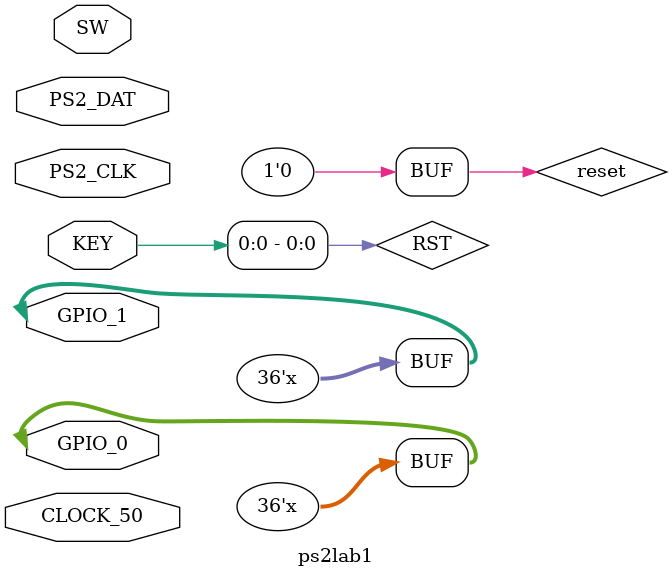
<source format=v>
module ps2lab1(
  // Clock Input (50 MHz)
  input  CLOCK_50,
  //  Push Buttons
  input  [3:0]  KEY,
  //  DPDT Switches 
  input  [17:0]  SW,
  //  PS2 data and clock lines		
  input	PS2_DAT,
  input	PS2_CLK,
  //  GPIO Connections
  inout  [35:0]  GPIO_0, GPIO_1
);

//  set all inout ports to tri-state
assign  GPIO_0    =  36'hzzzzzzzzz;
assign  GPIO_1    =  36'hzzzzzzzzz;

wire RST;
assign RST = KEY[0];

wire reset = 1'b0;
wire [7:0] scan_code;

reg [7:0] history[1:4];
wire read, scan_ready;

oneshot pulser(
   .pulse_out(read),
   .trigger_in(scan_ready),
   .clk(CLOCK_50)
);

keyboard kbd(
  .keyboard_clk(PS2_CLK),
  .keyboard_data(PS2_DAT),
  .clock50(CLOCK_50),
  .reset(reset),
  .read(read),
  .scan_ready(scan_ready),
  .scan_code(scan_code)
);

endmodule

</source>
